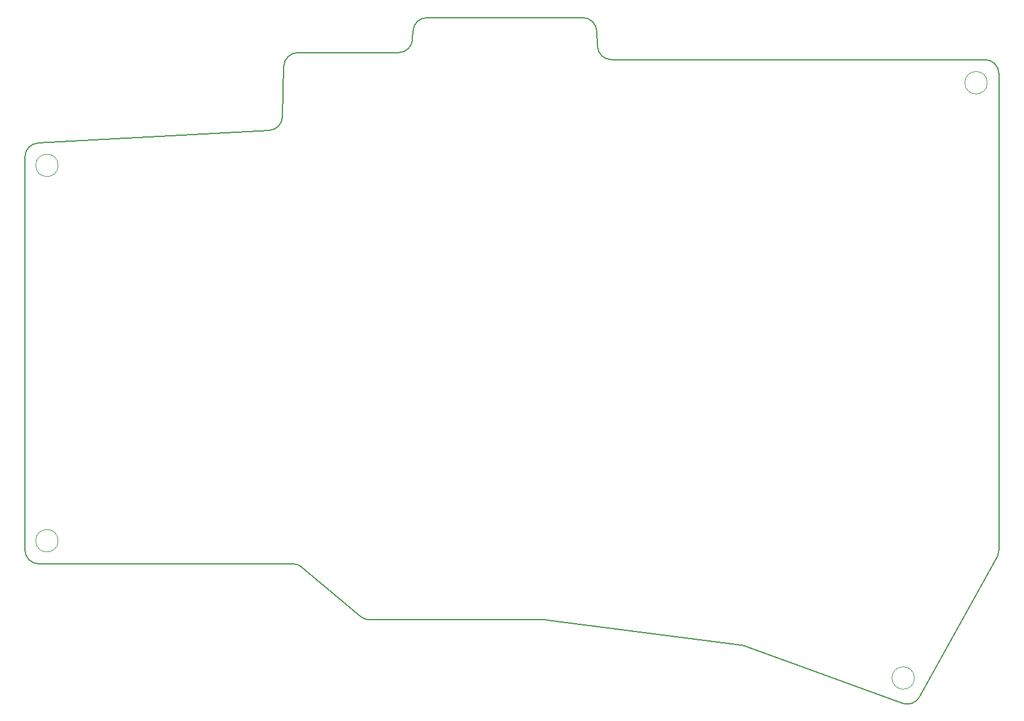
<source format=gbr>
%TF.GenerationSoftware,KiCad,Pcbnew,8.0.4*%
%TF.CreationDate,2024-08-22T13:25:46+01:00*%
%TF.ProjectId,left (v2 backup),6c656674-2028-4763-9220-6261636b7570,v1.0.0*%
%TF.SameCoordinates,Original*%
%TF.FileFunction,Profile,NP*%
%FSLAX46Y46*%
G04 Gerber Fmt 4.6, Leading zero omitted, Abs format (unit mm)*
G04 Created by KiCad (PCBNEW 8.0.4) date 2024-08-22 13:25:46*
%MOMM*%
%LPD*%
G01*
G04 APERTURE LIST*
%TA.AperFunction,Profile*%
%ADD10C,0.150000*%
%TD*%
%TA.AperFunction,Profile*%
%ADD11C,0.050000*%
%TD*%
G04 APERTURE END LIST*
D10*
X86546927Y-34802641D02*
X119515580Y-33005990D01*
X84655758Y-36799680D02*
G75*
G02*
X86546926Y-34802624I2000042J-20D01*
G01*
X142039358Y-16905702D02*
X164253262Y-16905704D01*
X186851778Y-106480286D02*
G75*
G02*
X187279811Y-106584455I-256078J-1983714D01*
G01*
D11*
X211600000Y-111200000D02*
G75*
G02*
X208400000Y-111200000I-1600000J0D01*
G01*
X208400000Y-111200000D02*
G75*
G02*
X211600000Y-111200000I1600000J0D01*
G01*
D10*
X159027231Y-102905706D02*
X133885700Y-102905705D01*
X123601956Y-21905701D02*
X137972162Y-21905702D01*
X166250769Y-18805831D02*
X166360751Y-21005579D01*
X223469909Y-93694371D02*
X212330171Y-113901735D01*
X164253262Y-16905705D02*
G75*
G02*
X166250800Y-18805829I38J-1999995D01*
G01*
X159027232Y-102905706D02*
G75*
G02*
X159283239Y-102922159I-32J-2000494D01*
G01*
X186851778Y-106480286D02*
X159283239Y-102922158D01*
X212330172Y-113901737D02*
G75*
G02*
X209894649Y-114815559I-1751472J965537D01*
G01*
X139968573Y-20025491D02*
X140042947Y-18785920D01*
X133885698Y-102905706D02*
G75*
G02*
X132597421Y-102435524I2J2000006D01*
G01*
X168358259Y-22905705D02*
X221657554Y-22905706D01*
D11*
X89400000Y-91600000D02*
G75*
G02*
X86200000Y-91600000I-1600000J0D01*
G01*
X86200000Y-91600000D02*
G75*
G02*
X89400000Y-91600000I1600000J0D01*
G01*
D10*
X223657551Y-24903909D02*
X223718414Y-92727030D01*
X139968573Y-20025491D02*
G75*
G02*
X137972162Y-21905664I-1996373J119791D01*
G01*
X168358259Y-22905705D02*
G75*
G02*
X166360790Y-21005577I41J2000005D01*
G01*
X84655756Y-92905705D02*
X84655758Y-36799680D01*
X209894643Y-114815574D02*
X187279813Y-106584448D01*
D11*
X222000000Y-26200000D02*
G75*
G02*
X218800000Y-26200000I-1600000J0D01*
G01*
X218800000Y-26200000D02*
G75*
G02*
X222000000Y-26200000I1600000J0D01*
G01*
D10*
X221657554Y-22905706D02*
G75*
G02*
X223657493Y-24903909I-54J-1999994D01*
G01*
X140042947Y-18785920D02*
G75*
G02*
X142039358Y-16905657I1996453J-119780D01*
G01*
X86655760Y-94905704D02*
G75*
G02*
X84655796Y-92905705I40J2000004D01*
G01*
X122925824Y-94905703D02*
X86655760Y-94905704D01*
X121406005Y-31063472D02*
X121602703Y-23851178D01*
X132597420Y-102435526D02*
X124214097Y-95375883D01*
X223718414Y-92727030D02*
G75*
G02*
X223469898Y-93694365I-2000014J-1770D01*
G01*
X122925826Y-94905705D02*
G75*
G02*
X124214086Y-95375896I-26J-1999995D01*
G01*
X121406004Y-31063473D02*
G75*
G02*
X119515580Y-33005983I-1999304J54573D01*
G01*
D11*
X89400000Y-38000000D02*
G75*
G02*
X86200000Y-38000000I-1600000J0D01*
G01*
X86200000Y-38000000D02*
G75*
G02*
X89400000Y-38000000I1600000J0D01*
G01*
D10*
X121602702Y-23851181D02*
G75*
G02*
X123601956Y-21905659I1999298J-54519D01*
G01*
M02*

</source>
